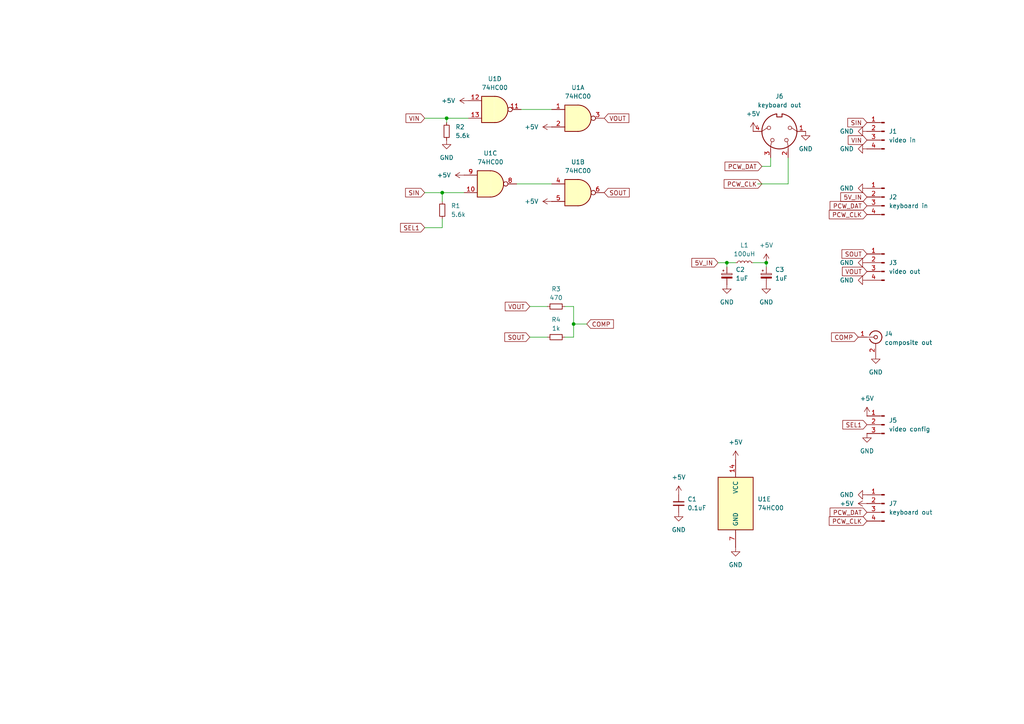
<source format=kicad_sch>
(kicad_sch (version 20231120) (generator "eeschema") (generator_version "8.0")
  (paper "A4")
  (lib_symbols
    (symbol "74xx:74HC00" (pin_names (offset 1.016))
      (property "Reference" "U" (at 0 1.27 0))
      (property "Value" "74HC00" (at 0 -1.27 0))
      (symbol "74HC00_1_1"
        (arc (start 0 -3.81) (mid 3.7934 0) (end 0 3.81) (stroke (width 0.254)) (fill (type background)))
        (polyline (pts (xy 0 3.81) (xy -3.81 3.81) (xy -3.81 -3.81) (xy 0 -3.81)) (stroke (width 0.254)) (fill (type background)))
        (pin input line (at -7.62 2.54 0) (length 3.81) (name "~") (number "1"))
        (pin input line (at -7.62 -2.54 0) (length 3.81) (name "~") (number "2"))
        (pin output inverted (at 7.62 0 180) (length 3.81) (name "~") (number "3"))
      )
      (symbol "74HC00_1_2"
        (arc (start -3.81 -3.81) (mid -2.589 0) (end -3.81 3.81) (stroke (width 0.254)))
        (arc (start -0.6096 -3.81) (mid 2.1842 -2.5851) (end 3.81 0) (stroke (width 0.254)) (fill (type background)))
        (polyline (pts (xy -3.81 -3.81) (xy -0.635 -3.81)) (stroke (width 0.254)) (fill (type background)))
        (polyline (pts (xy -3.81 3.81) (xy -0.635 3.81)) (stroke (width 0.254)) (fill (type background)))
        (polyline (pts (xy -0.635 3.81) (xy -3.81 3.81) (xy -3.81 3.81) (xy -3.556 3.4036) (xy -3.0226 2.2606) (xy -2.6924 1.0414) (xy -2.6162 -0.254) (xy -2.7686 -1.4986) (xy -3.175 -2.7178) (xy -3.81 -3.81) (xy -3.81 -3.81) (xy -0.635 -3.81)) (stroke (width -25.4)) (fill (type background)))
        (arc (start 3.81 0) (mid 2.1915 2.5936) (end -0.6096 3.81) (stroke (width 0.254)) (fill (type background)))
        (pin input inverted (at -7.62 2.54 0) (length 4.318) (name "~") (number "1"))
        (pin input inverted (at -7.62 -2.54 0) (length 4.318) (name "~") (number "2"))
        (pin output line (at 7.62 0 180) (length 3.81) (name "~") (number "3"))
      )
      (symbol "74HC00_2_1"
        (arc (start 0 -3.81) (mid 3.7934 0) (end 0 3.81) (stroke (width 0.254)) (fill (type background)))
        (polyline (pts (xy 0 3.81) (xy -3.81 3.81) (xy -3.81 -3.81) (xy 0 -3.81)) (stroke (width 0.254)) (fill (type background)))
        (pin input line (at -7.62 2.54 0) (length 3.81) (name "~") (number "4"))
        (pin input line (at -7.62 -2.54 0) (length 3.81) (name "~") (number "5"))
        (pin output inverted (at 7.62 0 180) (length 3.81) (name "~") (number "6"))
      )
      (symbol "74HC00_2_2"
        (arc (start -3.81 -3.81) (mid -2.589 0) (end -3.81 3.81) (stroke (width 0.254)))
        (arc (start -0.6096 -3.81) (mid 2.1842 -2.5851) (end 3.81 0) (stroke (width 0.254)) (fill (type background)))
        (polyline (pts (xy -3.81 -3.81) (xy -0.635 -3.81)) (stroke (width 0.254)) (fill (type background)))
        (polyline (pts (xy -3.81 3.81) (xy -0.635 3.81)) (stroke (width 0.254)) (fill (type background)))
        (polyline (pts (xy -0.635 3.81) (xy -3.81 3.81) (xy -3.81 3.81) (xy -3.556 3.4036) (xy -3.0226 2.2606) (xy -2.6924 1.0414) (xy -2.6162 -0.254) (xy -2.7686 -1.4986) (xy -3.175 -2.7178) (xy -3.81 -3.81) (xy -3.81 -3.81) (xy -0.635 -3.81)) (stroke (width -25.4)) (fill (type background)))
        (arc (start 3.81 0) (mid 2.1915 2.5936) (end -0.6096 3.81) (stroke (width 0.254)) (fill (type background)))
        (pin input inverted (at -7.62 2.54 0) (length 4.318) (name "~") (number "4"))
        (pin input inverted (at -7.62 -2.54 0) (length 4.318) (name "~") (number "5"))
        (pin output line (at 7.62 0 180) (length 3.81) (name "~") (number "6"))
      )
      (symbol "74HC00_3_1"
        (arc (start 0 -3.81) (mid 3.7934 0) (end 0 3.81) (stroke (width 0.254)) (fill (type background)))
        (polyline (pts (xy 0 3.81) (xy -3.81 3.81) (xy -3.81 -3.81) (xy 0 -3.81)) (stroke (width 0.254)) (fill (type background)))
        (pin input line (at -7.62 -2.54 0) (length 3.81) (name "~") (number "10"))
        (pin output inverted (at 7.62 0 180) (length 3.81) (name "~") (number "8"))
        (pin input line (at -7.62 2.54 0) (length 3.81) (name "~") (number "9"))
      )
      (symbol "74HC00_3_2"
        (arc (start -3.81 -3.81) (mid -2.589 0) (end -3.81 3.81) (stroke (width 0.254)))
        (arc (start -0.6096 -3.81) (mid 2.1842 -2.5851) (end 3.81 0) (stroke (width 0.254)) (fill (type background)))
        (polyline (pts (xy -3.81 -3.81) (xy -0.635 -3.81)) (stroke (width 0.254)) (fill (type background)))
        (polyline (pts (xy -3.81 3.81) (xy -0.635 3.81)) (stroke (width 0.254)) (fill (type background)))
        (polyline (pts (xy -0.635 3.81) (xy -3.81 3.81) (xy -3.81 3.81) (xy -3.556 3.4036) (xy -3.0226 2.2606) (xy -2.6924 1.0414) (xy -2.6162 -0.254) (xy -2.7686 -1.4986) (xy -3.175 -2.7178) (xy -3.81 -3.81) (xy -3.81 -3.81) (xy -0.635 -3.81)) (stroke (width -25.4)) (fill (type background)))
        (arc (start 3.81 0) (mid 2.1915 2.5936) (end -0.6096 3.81) (stroke (width 0.254)) (fill (type background)))
        (pin input inverted (at -7.62 -2.54 0) (length 4.318) (name "~") (number "10"))
        (pin output line (at 7.62 0 180) (length 3.81) (name "~") (number "8"))
        (pin input inverted (at -7.62 2.54 0) (length 4.318) (name "~") (number "9"))
      )
      (symbol "74HC00_4_1"
        (arc (start 0 -3.81) (mid 3.7934 0) (end 0 3.81) (stroke (width 0.254)) (fill (type background)))
        (polyline (pts (xy 0 3.81) (xy -3.81 3.81) (xy -3.81 -3.81) (xy 0 -3.81)) (stroke (width 0.254)) (fill (type background)))
        (pin output inverted (at 7.62 0 180) (length 3.81) (name "~") (number "11"))
        (pin input line (at -7.62 2.54 0) (length 3.81) (name "~") (number "12"))
        (pin input line (at -7.62 -2.54 0) (length 3.81) (name "~") (number "13"))
      )
      (symbol "74HC00_4_2"
        (arc (start -3.81 -3.81) (mid -2.589 0) (end -3.81 3.81) (stroke (width 0.254)))
        (arc (start -0.6096 -3.81) (mid 2.1842 -2.5851) (end 3.81 0) (stroke (width 0.254)) (fill (type background)))
        (polyline (pts (xy -3.81 -3.81) (xy -0.635 -3.81)) (stroke (width 0.254)) (fill (type background)))
        (polyline (pts (xy -3.81 3.81) (xy -0.635 3.81)) (stroke (width 0.254)) (fill (type background)))
        (polyline (pts (xy -0.635 3.81) (xy -3.81 3.81) (xy -3.81 3.81) (xy -3.556 3.4036) (xy -3.0226 2.2606) (xy -2.6924 1.0414) (xy -2.6162 -0.254) (xy -2.7686 -1.4986) (xy -3.175 -2.7178) (xy -3.81 -3.81) (xy -3.81 -3.81) (xy -0.635 -3.81)) (stroke (width -25.4)) (fill (type background)))
        (arc (start 3.81 0) (mid 2.1915 2.5936) (end -0.6096 3.81) (stroke (width 0.254)) (fill (type background)))
        (pin output line (at 7.62 0 180) (length 3.81) (name "~") (number "11"))
        (pin input inverted (at -7.62 2.54 0) (length 4.318) (name "~") (number "12"))
        (pin input inverted (at -7.62 -2.54 0) (length 4.318) (name "~") (number "13"))
      )
      (symbol "74HC00_5_0"
        (pin power_in line (at 0 12.7 270) (length 5.08) (name "VCC") (number "14"))
        (pin power_in line (at 0 -12.7 90) (length 5.08) (name "GND") (number "7"))
      )
      (symbol "74HC00_5_1"
        (rectangle (start -5.08 7.62) (end 5.08 -7.62) (stroke (width 0.254)) (fill (type background)))
      )
    )
    (symbol "Connector:Conn_01x03_Pin" (pin_names (offset 1.016) hide)
      (property "Reference" "J" (at 0 5.08 0))
      (property "Value" "Conn_01x03_Pin" (at 0 -5.08 0))
      (symbol "Conn_01x03_Pin_1_1"
        (polyline (pts (xy 1.27 -2.54) (xy 0.8636 -2.54)) (stroke (width 0.1524)))
        (polyline (pts (xy 1.27 0) (xy 0.8636 0)) (stroke (width 0.1524)))
        (polyline (pts (xy 1.27 2.54) (xy 0.8636 2.54)) (stroke (width 0.1524)))
        (rectangle (start 0.8636 -2.413) (end 0 -2.667) (stroke (width 0.1524)) (fill (type outline)))
        (rectangle (start 0.8636 0.127) (end 0 -0.127) (stroke (width 0.1524)) (fill (type outline)))
        (rectangle (start 0.8636 2.667) (end 0 2.413) (stroke (width 0.1524)) (fill (type outline)))
        (pin passive line (at 5.08 2.54 180) (length 3.81) (name "Pin_1") (number "1"))
        (pin passive line (at 5.08 0 180) (length 3.81) (name "Pin_2") (number "2"))
        (pin passive line (at 5.08 -2.54 180) (length 3.81) (name "Pin_3") (number "3"))
      )
    )
    (symbol "Connector:Conn_01x04_Pin" (pin_names (offset 1.016) hide)
      (property "Reference" "J" (at 0 5.08 0))
      (property "Value" "Conn_01x04_Pin" (at 0 -7.62 0))
      (symbol "Conn_01x04_Pin_1_1"
        (polyline (pts (xy 1.27 -5.08) (xy 0.8636 -5.08)) (stroke (width 0.1524)))
        (polyline (pts (xy 1.27 -2.54) (xy 0.8636 -2.54)) (stroke (width 0.1524)))
        (polyline (pts (xy 1.27 0) (xy 0.8636 0)) (stroke (width 0.1524)))
        (polyline (pts (xy 1.27 2.54) (xy 0.8636 2.54)) (stroke (width 0.1524)))
        (rectangle (start 0.8636 -4.953) (end 0 -5.207) (stroke (width 0.1524)) (fill (type outline)))
        (rectangle (start 0.8636 -2.413) (end 0 -2.667) (stroke (width 0.1524)) (fill (type outline)))
        (rectangle (start 0.8636 0.127) (end 0 -0.127) (stroke (width 0.1524)) (fill (type outline)))
        (rectangle (start 0.8636 2.667) (end 0 2.413) (stroke (width 0.1524)) (fill (type outline)))
        (pin passive line (at 5.08 2.54 180) (length 3.81) (name "Pin_1") (number "1"))
        (pin passive line (at 5.08 0 180) (length 3.81) (name "Pin_2") (number "2"))
        (pin passive line (at 5.08 -2.54 180) (length 3.81) (name "Pin_3") (number "3"))
        (pin passive line (at 5.08 -5.08 180) (length 3.81) (name "Pin_4") (number "4"))
      )
    )
    (symbol "Connector:Conn_Coaxial" (pin_names (offset 1.016) hide)
      (property "Reference" "J" (at 0.254 3.048 0))
      (property "Value" "Conn_Coaxial" (at 2.921 0 90))
      (symbol "Conn_Coaxial_0_1"
        (arc (start -1.778 -0.508) (mid 0.2311 -1.8066) (end 1.778 0) (stroke (width 0.254)))
        (polyline (pts (xy -2.54 0) (xy -0.508 0)))
        (polyline (pts (xy 0 -2.54) (xy 0 -1.778)))
        (circle (center 0 0) (radius 0.508) (stroke (width 0.2032)))
        (arc (start 1.778 0) (mid 0.2099 1.8101) (end -1.778 0.508) (stroke (width 0.254)))
      )
      (symbol "Conn_Coaxial_1_1"
        (pin passive line (at -5.08 0 0) (length 2.54) (name "In") (number "1"))
        (pin passive line (at 0 -5.08 90) (length 2.54) (name "Ext") (number "2"))
      )
    )
    (symbol "Connector:DIN-4" (pin_names (offset 1.016))
      (property "Reference" "J" (at 5.334 5.08 0))
      (property "Value" "DIN-4" (at 0 -6.35 0))
      (symbol "DIN-4_0_1"
        (arc (start -5.08 0) (mid -3.8609 -3.3364) (end -0.762 -5.08) (stroke (width 0.254)))
        (circle (center -3.048 -1.016) (radius 0.508))
        (circle (center -2.032 2.54) (radius 0.508))
        (polyline (pts (xy -3.556 -1.016) (xy -5.08 0)))
        (polyline (pts (xy 5.08 0) (xy 3.556 -1.016)))
        (polyline (pts (xy -2.54 5.08) (xy -2.54 4.318) (xy -2.286 3.048)))
        (polyline (pts (xy 2.54 5.08) (xy 2.54 4.318) (xy 2.286 3.048)))
        (polyline (pts (xy -0.762 -4.953) (xy -0.762 -4.191) (xy 0.762 -4.191) (xy 0.762 -4.953)) (stroke (width 0.254)))
        (arc (start 0.762 -5.08) (mid 3.8685 -3.343) (end 5.08 0) (stroke (width 0.254)))
        (circle (center 2.032 2.54) (radius 0.508))
        (circle (center 3.048 -1.016) (radius 0.508))
        (arc (start 5.08 0) (mid 0 5.0579) (end -5.08 0) (stroke (width 0.254)))
      )
      (symbol "DIN-4_1_1"
        (pin passive line (at -7.62 0 0) (length 2.54) (name "~") (number "1"))
        (pin passive line (at -2.54 7.62 270) (length 2.54) (name "~") (number "2"))
        (pin passive line (at 2.54 7.62 270) (length 2.54) (name "~") (number "3"))
        (pin passive line (at 7.62 0 180) (length 2.54) (name "~") (number "4"))
      )
    )
    (symbol "Device:C_Polarized_Small" (pin_numbers hide) (pin_names (offset 0.254) hide)
      (property "Reference" "C" (at 0.254 1.778 0))
      (property "Value" "C_Polarized_Small" (at 0.254 -2.032 0))
      (symbol "C_Polarized_Small_0_1"
        (rectangle (start -1.524 -0.3048) (end 1.524 -0.6858) (fill (type outline)))
        (rectangle (start -1.524 0.6858) (end 1.524 0.3048))
        (polyline (pts (xy -1.27 1.524) (xy -0.762 1.524)))
        (polyline (pts (xy -1.016 1.27) (xy -1.016 1.778)))
      )
      (symbol "C_Polarized_Small_1_1"
        (pin passive line (at 0 2.54 270) (length 1.8542) (name "~") (number "1"))
        (pin passive line (at 0 -2.54 90) (length 1.8542) (name "~") (number "2"))
      )
    )
    (symbol "Device:C_Small" (pin_numbers hide) (pin_names (offset 0.254) hide)
      (property "Reference" "C" (at 0.254 1.778 0))
      (property "Value" "C_Small" (at 0.254 -2.032 0))
      (symbol "C_Small_0_1"
        (polyline (pts (xy -1.524 -0.508) (xy 1.524 -0.508)) (stroke (width 0.3302)))
        (polyline (pts (xy -1.524 0.508) (xy 1.524 0.508)) (stroke (width 0.3048)))
      )
      (symbol "C_Small_1_1"
        (pin passive line (at 0 2.54 270) (length 2.032) (name "~") (number "1"))
        (pin passive line (at 0 -2.54 90) (length 2.032) (name "~") (number "2"))
      )
    )
    (symbol "Device:L_Small" (pin_numbers hide) (pin_names (offset 0.254) hide)
      (property "Reference" "L" (at 0.762 1.016 0))
      (property "Value" "L_Small" (at 0.762 -1.016 0))
      (symbol "L_Small_0_1"
        (arc (start 0 -2.032) (mid 0.5058 -1.524) (end 0 -1.016))
        (arc (start 0 -1.016) (mid 0.5058 -0.508) (end 0 0))
        (arc (start 0 0) (mid 0.5058 0.508) (end 0 1.016))
        (arc (start 0 1.016) (mid 0.5058 1.524) (end 0 2.032))
      )
      (symbol "L_Small_1_1"
        (pin passive line (at 0 2.54 270) (length 0.508) (name "~") (number "1"))
        (pin passive line (at 0 -2.54 90) (length 0.508) (name "~") (number "2"))
      )
    )
    (symbol "Device:R_Small" (pin_numbers hide) (pin_names (offset 0.254) hide)
      (property "Reference" "R" (at 0.762 0.508 0))
      (property "Value" "R_Small" (at 0.762 -1.016 0))
      (symbol "R_Small_0_1"
        (rectangle (start -0.762 1.778) (end 0.762 -1.778) (stroke (width 0.2032)))
      )
      (symbol "R_Small_1_1"
        (pin passive line (at 0 2.54 270) (length 0.762) (name "~") (number "1"))
        (pin passive line (at 0 -2.54 90) (length 0.762) (name "~") (number "2"))
      )
    )
    (symbol "power:+5V" (power) (pin_numbers hide) (pin_names (offset 0) hide)
      (property "Value" "+5V" (at 0 3.556 0))
      (symbol "+5V_0_1"
        (polyline (pts (xy -0.762 1.27) (xy 0 2.54)))
        (polyline (pts (xy 0 0) (xy 0 2.54)))
        (polyline (pts (xy 0 2.54) (xy 0.762 1.27)))
      )
      (symbol "+5V_1_1"
        (pin power_in line (at 0 0 90) (length 0) (name "~") (number "1"))
      )
    )
    (symbol "power:GND" (power) (pin_numbers hide) (pin_names (offset 0) hide)
      (property "Value" "GND" (at 0 -3.81 0))
      (symbol "GND_0_1"
        (polyline (pts (xy 0 0) (xy 0 -1.27) (xy 1.27 -1.27) (xy 0 -2.54) (xy -1.27 -1.27) (xy 0 -1.27)))
      )
      (symbol "GND_1_1"
        (pin power_in line (at 0 0 270) (length 0) (name "~") (number "1"))
      )
    )
  )
  (junction (at 129.54 34.29))
  (junction (at 222.25 76.2))
  (junction (at 166.37 93.98))
  (junction (at 128.27 55.88))
  (junction (at 210.82 76.2))
  (wire (pts (xy 153.67 97.79) (xy 158.75 97.79)))
  (wire (pts (xy 166.37 93.98) (xy 166.37 97.79)))
  (wire (pts (xy 128.27 55.88) (xy 134.62 55.88)))
  (wire (pts (xy 219.71 53.34) (xy 228.6 53.34)))
  (wire (pts (xy 208.28 76.2) (xy 210.82 76.2)))
  (wire (pts (xy 149.86 53.34) (xy 160.02 53.34)))
  (wire (pts (xy 222.25 76.2) (xy 222.25 77.47)))
  (wire (pts (xy 123.19 34.29) (xy 129.54 34.29)))
  (wire (pts (xy 223.52 45.72) (xy 223.52 48.26)))
  (wire (pts (xy 129.54 34.29) (xy 135.89 34.29)))
  (wire (pts (xy 163.83 88.9) (xy 166.37 88.9)))
  (wire (pts (xy 128.27 63.5) (xy 128.27 66.04)))
  (wire (pts (xy 151.13 31.75) (xy 160.02 31.75)))
  (wire (pts (xy 123.19 66.04) (xy 128.27 66.04)))
  (wire (pts (xy 166.37 88.9) (xy 166.37 93.98)))
  (wire (pts (xy 220.98 48.26) (xy 223.52 48.26)))
  (wire (pts (xy 163.83 97.79) (xy 166.37 97.79)))
  (wire (pts (xy 153.67 88.9) (xy 158.75 88.9)))
  (wire (pts (xy 210.82 76.2) (xy 213.36 76.2)))
  (wire (pts (xy 128.27 55.88) (xy 128.27 58.42)))
  (wire (pts (xy 123.19 55.88) (xy 128.27 55.88)))
  (wire (pts (xy 129.54 34.29) (xy 129.54 35.56)))
  (wire (pts (xy 210.82 76.2) (xy 210.82 77.47)))
  (wire (pts (xy 166.37 93.98) (xy 170.18 93.98)))
  (wire (pts (xy 218.44 76.2) (xy 222.25 76.2)))
  (wire (pts (xy 228.6 45.72) (xy 228.6 53.34)))
  (global_label "SEL1" (shape input) (at 251.46 123.19 180) (property "Intersheetrefs" "${INTERSHEET_REFS}" (effects (hide yes))))
  (global_label "SEL1" (shape input) (at 123.19 66.04 180) (property "Intersheetrefs" "${INTERSHEET_REFS}" (effects (hide yes))))
  (global_label "5V_IN" (shape input) (at 208.28 76.2 180) (property "Intersheetrefs" "${INTERSHEET_REFS}" (effects (hide yes))))
  (global_label "PCW_DAT" (shape input) (at 251.46 148.59 180) (property "Intersheetrefs" "${INTERSHEET_REFS}" (effects (hide yes))))
  (global_label "PCW_DAT" (shape input) (at 251.46 59.69 180) (property "Intersheetrefs" "${INTERSHEET_REFS}" (effects (hide yes))))
  (global_label "VOUT" (shape input) (at 153.67 88.9 180) (property "Intersheetrefs" "${INTERSHEET_REFS}" (effects (hide yes))))
  (global_label "VIN" (shape input) (at 123.19 34.29 180) (property "Intersheetrefs" "${INTERSHEET_REFS}" (effects (hide yes))))
  (global_label "VOUT" (shape input) (at 251.46 78.74 180) (property "Intersheetrefs" "${INTERSHEET_REFS}" (effects (hide yes))))
  (global_label "PCW_CLK" (shape input) (at 251.46 151.13 180) (property "Intersheetrefs" "${INTERSHEET_REFS}" (effects (hide yes))))
  (global_label "VIN" (shape input) (at 251.46 40.64 180) (property "Intersheetrefs" "${INTERSHEET_REFS}" (effects (hide yes))))
  (global_label "SOUT" (shape input) (at 251.46 73.66 180) (property "Intersheetrefs" "${INTERSHEET_REFS}" (effects (hide yes))))
  (global_label "SIN" (shape input) (at 251.46 35.56 180) (property "Intersheetrefs" "${INTERSHEET_REFS}" (effects (hide yes))))
  (global_label "5V_IN" (shape input) (at 251.46 57.15 180) (property "Intersheetrefs" "${INTERSHEET_REFS}" (effects (hide yes))))
  (global_label "SOUT" (shape input) (at 175.26 55.88 0) (property "Intersheetrefs" "${INTERSHEET_REFS}" (effects (hide yes))))
  (global_label "COMP" (shape input) (at 170.18 93.98 0) (property "Intersheetrefs" "${INTERSHEET_REFS}" (effects (hide yes))))
  (global_label "PCW_DAT" (shape input) (at 220.98 48.26 180) (property "Intersheetrefs" "${INTERSHEET_REFS}" (effects (hide yes))))
  (global_label "PCW_CLK" (shape input) (at 251.46 62.23 180) (property "Intersheetrefs" "${INTERSHEET_REFS}" (effects (hide yes))))
  (global_label "COMP" (shape input) (at 248.92 97.79 180) (property "Intersheetrefs" "${INTERSHEET_REFS}" (effects (hide yes))))
  (global_label "PCW_CLK" (shape input) (at 220.98 53.34 180) (property "Intersheetrefs" "${INTERSHEET_REFS}" (effects (hide yes))))
  (global_label "VOUT" (shape input) (at 175.26 34.29 0) (property "Intersheetrefs" "${INTERSHEET_REFS}" (effects (hide yes))))
  (global_label "SIN" (shape input) (at 123.19 55.88 180) (property "Intersheetrefs" "${INTERSHEET_REFS}" (effects (hide yes))))
  (global_label "SOUT" (shape input) (at 153.67 97.79 180) (property "Intersheetrefs" "${INTERSHEET_REFS}" (effects (hide yes))))
  (symbol (lib_id "power:GND") (at 222.25 82.55 0) (unit 1)
    (property "Reference" "#PWR015" (effects (hide yes)))
    (property "Value" "GND" (at 222.25 87.63 0))
    (property "Description" "Power symbol creates a global label with name \"GND\" , ground" (effects (hide yes)))
  )
  (symbol (lib_id "power:GND") (at 251.46 125.73 0) (unit 1)
    (property "Reference" "#PWR01" (effects (hide yes)))
    (property "Value" "GND" (at 251.46 130.81 0))
    (property "Description" "Power symbol creates a global label with name \"GND\" , ground" (effects (hide yes)))
  )
  (symbol (lib_id "power:GND") (at 251.46 76.2 270) (unit 1)
    (property "Reference" "#PWR023" (effects (hide yes)))
    (property "Value" "GND" (at 247.65 76.1999 90) (effects (justify right)))
    (property "Description" "Power symbol creates a global label with name \"GND\" , ground" (effects (hide yes)))
  )
  (symbol (lib_id "power:GND") (at 129.54 40.64 0) (unit 1)
    (property "Reference" "#PWR06" (effects (hide yes)))
    (property "Value" "GND" (at 129.54 45.72 0))
    (property "Description" "Power symbol creates a global label with name \"GND\" , ground" (effects (hide yes)))
  )
  (symbol (lib_id "power:+5V") (at 251.46 120.65 0) (unit 1)
    (property "Reference" "#PWR02" (effects (hide yes)))
    (property "Value" "+5V" (at 251.46 115.57 0))
    (property "Description" "Power symbol creates a global label with name \"+5V\"" (effects (hide yes)))
  )
  (symbol (lib_id "power:GND") (at 233.68 38.1 0) (unit 1)
    (property "Reference" "#PWR019" (effects (hide yes)))
    (property "Value" "GND" (at 233.68 43.18 0))
    (property "Description" "Power symbol creates a global label with name \"GND\" , ground" (effects (hide yes)))
  )
  (symbol (lib_id "power:+5V") (at 222.25 76.2 0) (unit 1)
    (property "Reference" "#PWR013" (effects (hide yes)))
    (property "Value" "+5V" (at 222.25 71.12 0))
    (property "Description" "Power symbol creates a global label with name \"+5V\"" (effects (hide yes)))
  )
  (symbol (lib_id "Connector:Conn_Coaxial") (at 254 97.79 0) (unit 1)
    (property "Reference" "J4" (at 256.54 96.8131 0) (effects (justify left)))
    (property "Value" "composite out" (at 256.54 99.3531 0) (effects (justify left)))
    (property "Footprint" "RCJ:CUI_RCJ-017" (effects (hide yes)))
    (property "Description" "coaxial connector (BNC, SMA, SMB, SMC, Cinch/RCA, LEMO, ...)" (effects (hide yes)))
  )
  (symbol (lib_id "power:GND") (at 196.85 148.59 0) (unit 1)
    (property "Reference" "#PWR09" (effects (hide yes)))
    (property "Value" "GND" (at 196.85 153.67 0))
    (property "Description" "Power symbol creates a global label with name \"GND\" , ground" (effects (hide yes)))
  )
  (symbol (lib_id "power:+5V") (at 213.36 133.35 0) (unit 1)
    (property "Reference" "#PWR011" (effects (hide yes)))
    (property "Value" "+5V" (at 213.36 128.27 0))
    (property "Description" "Power symbol creates a global label with name \"+5V\"" (effects (hide yes)))
  )
  (symbol (lib_id "Device:R_Small") (at 161.29 97.79 90) (unit 1)
    (property "Reference" "R4" (at 161.29 92.71 90))
    (property "Value" "1k" (at 161.29 95.25 90))
    (property "Footprint" "Resistor_THT:R_Axial_DIN0207_L6.3mm_D2.5mm_P10.16mm_Horizontal" (effects (hide yes)))
    (property "Description" "Resistor, small symbol" (effects (hide yes)))
  )
  (symbol (lib_id "power:GND") (at 251.46 81.28 270) (unit 1)
    (property "Reference" "#PWR024" (effects (hide yes)))
    (property "Value" "GND" (at 247.65 81.2799 90) (effects (justify right)))
    (property "Description" "Power symbol creates a global label with name \"GND\" , ground" (effects (hide yes)))
  )
  (symbol (lib_id "74xx:74HC00") (at 167.64 55.88 0) (unit 2)
    (property "Reference" "U1" (at 167.6317 46.99 0))
    (property "Value" "74HC00" (at 167.6317 49.53 0))
    (property "Footprint" "Package_DIP:CERDIP-14_W7.62mm_SideBrazed_Socket" (effects (hide yes)))
    (property "Datasheet" "http://www.ti.com/lit/gpn/sn74hc00" (effects (hide yes)))
    (property "Description" "quad 2-input NAND gate" (effects (hide yes)))
  )
  (symbol (lib_id "74xx:74HC00") (at 213.36 146.05 0) (unit 5)
    (property "Reference" "U1" (at 219.71 144.7799 0) (effects (justify left)))
    (property "Value" "74HC00" (at 219.71 147.3199 0) (effects (justify left)))
    (property "Footprint" "Package_DIP:CERDIP-14_W7.62mm_SideBrazed_Socket" (effects (hide yes)))
    (property "Datasheet" "http://www.ti.com/lit/gpn/sn74hc00" (effects (hide yes)))
    (property "Description" "quad 2-input NAND gate" (effects (hide yes)))
  )
  (symbol (lib_id "power:+5V") (at 135.89 29.21 90) (unit 1)
    (property "Reference" "#PWR03" (effects (hide yes)))
    (property "Value" "+5V" (at 132.08 29.2099 90) (effects (justify left)))
    (property "Description" "Power symbol creates a global label with name \"+5V\"" (effects (hide yes)))
  )
  (symbol (lib_id "Connector:Conn_01x04_Pin") (at 256.54 146.05 0) (mirror y) (unit 1)
    (property "Reference" "J7" (at 257.81 146.0499 0) (effects (justify right)))
    (property "Value" "keyboard out" (at 257.81 148.5899 0) (effects (justify right)))
    (property "Footprint" "Connector_PinHeader_2.54mm:PinHeader_1x04_P2.54mm_Vertical" (effects (hide yes)))
    (property "Description" "Generic connector, single row, 01x04, script generated" (effects (hide yes)))
  )
  (symbol (lib_id "power:GND") (at 251.46 143.51 270) (unit 1)
    (property "Reference" "#PWR016" (effects (hide yes)))
    (property "Value" "GND" (at 247.65 143.5099 90) (effects (justify right)))
    (property "Description" "Power symbol creates a global label with name \"GND\" , ground" (effects (hide yes)))
  )
  (symbol (lib_id "Device:C_Polarized_Small") (at 210.82 80.01 0) (unit 1)
    (property "Reference" "C2" (at 213.36 78.1938 0) (effects (justify left)))
    (property "Value" "1uF" (at 213.36 80.7338 0) (effects (justify left)))
    (property "Footprint" "Capacitor_THT:CP_Radial_D5.0mm_P2.50mm" (effects (hide yes)))
    (property "Description" "Polarized capacitor, small symbol" (effects (hide yes)))
  )
  (symbol (lib_id "Connector:Conn_01x04_Pin") (at 256.54 38.1 0) (mirror y) (unit 1)
    (property "Reference" "J1" (at 257.81 38.0999 0) (effects (justify right)))
    (property "Value" "video in" (at 257.81 40.6399 0) (effects (justify right)))
    (property "Footprint" "Connector_PinHeader_2.54mm:PinHeader_1x04_P2.54mm_Vertical" (effects (hide yes)))
    (property "Description" "Generic connector, single row, 01x04, script generated" (effects (hide yes)))
  )
  (symbol (lib_id "Device:R_Small") (at 128.27 60.96 0) (unit 1)
    (property "Reference" "R1" (at 130.81 59.6899 0) (effects (justify left)))
    (property "Value" "5.6k" (at 130.81 62.2299 0) (effects (justify left)))
    (property "Footprint" "Resistor_THT:R_Axial_DIN0207_L6.3mm_D2.5mm_P10.16mm_Horizontal" (effects (hide yes)))
    (property "Description" "Resistor, small symbol" (effects (hide yes)))
  )
  (symbol (lib_id "Device:R_Small") (at 161.29 88.9 90) (unit 1)
    (property "Reference" "R3" (at 161.29 83.82 90))
    (property "Value" "470" (at 161.29 86.36 90))
    (property "Footprint" "Resistor_THT:R_Axial_DIN0207_L6.3mm_D2.5mm_P10.16mm_Horizontal" (effects (hide yes)))
    (property "Description" "Resistor, small symbol" (effects (hide yes)))
  )
  (symbol (lib_id "74xx:74HC00") (at 167.64 34.29 0) (unit 1)
    (property "Reference" "U1" (at 167.6317 25.4 0))
    (property "Value" "74HC00" (at 167.6317 27.94 0))
    (property "Footprint" "Package_DIP:CERDIP-14_W7.62mm_SideBrazed_Socket" (effects (hide yes)))
    (property "Datasheet" "http://www.ti.com/lit/gpn/sn74hc00" (effects (hide yes)))
    (property "Description" "quad 2-input NAND gate" (effects (hide yes)))
  )
  (symbol (lib_id "power:+5V") (at 160.02 58.42 90) (unit 1)
    (property "Reference" "#PWR07" (effects (hide yes)))
    (property "Value" "+5V" (at 156.21 58.4199 90) (effects (justify left)))
    (property "Description" "Power symbol creates a global label with name \"+5V\"" (effects (hide yes)))
  )
  (symbol (lib_id "Device:C_Small") (at 196.85 146.05 0) (unit 1)
    (property "Reference" "C1" (at 199.39 144.7862 0) (effects (justify left)))
    (property "Value" "0.1uF" (at 199.39 147.3262 0) (effects (justify left)))
    (property "Footprint" "Capacitor_THT:C_Disc_D5.0mm_W2.5mm_P2.50mm" (effects (hide yes)))
    (property "Description" "Unpolarized capacitor, small symbol" (effects (hide yes)))
  )
  (symbol (lib_id "power:GND") (at 213.36 158.75 0) (unit 1)
    (property "Reference" "#PWR010" (effects (hide yes)))
    (property "Value" "GND" (at 213.36 163.83 0))
    (property "Description" "Power symbol creates a global label with name \"GND\" , ground" (effects (hide yes)))
  )
  (symbol (lib_id "power:+5V") (at 196.85 143.51 0) (unit 1)
    (property "Reference" "#PWR08" (effects (hide yes)))
    (property "Value" "+5V" (at 196.85 138.43 0))
    (property "Description" "Power symbol creates a global label with name \"+5V\"" (effects (hide yes)))
  )
  (symbol (lib_id "Connector:DIN-4") (at 226.06 38.1 180) (unit 1)
    (property "Reference" "J6" (at 226.0599 27.94 0))
    (property "Value" "keyboard out" (at 226.0599 30.48 0))
    (property "Datasheet" "http://www.mouser.com/ds/2/18/40_c091_abd_e-75918.pdf" (effects (hide yes)))
    (property "Description" "4-pin DIN connector" (effects (hide yes)))
  )
  (symbol (lib_id "Connector:Conn_01x03_Pin") (at 256.54 123.19 0) (mirror y) (unit 1)
    (property "Reference" "J5" (at 257.81 121.9199 0) (effects (justify right)))
    (property "Value" "video config" (at 257.81 124.4599 0) (effects (justify right)))
    (property "Footprint" "Connector_PinHeader_2.54mm:PinHeader_1x03_P2.54mm_Vertical" (effects (hide yes)))
    (property "Description" "Generic connector, single row, 01x03, script generated" (effects (hide yes)))
  )
  (symbol (lib_id "power:GND") (at 251.46 43.18 270) (unit 1)
    (property "Reference" "#PWR022" (effects (hide yes)))
    (property "Value" "GND" (at 247.65 43.1799 90) (effects (justify right)))
    (property "Description" "Power symbol creates a global label with name \"GND\" , ground" (effects (hide yes)))
  )
  (symbol (lib_id "Connector:Conn_01x04_Pin") (at 256.54 76.2 0) (mirror y) (unit 1)
    (property "Reference" "J3" (at 257.81 76.1999 0) (effects (justify right)))
    (property "Value" "video out" (at 257.81 78.7399 0) (effects (justify right)))
    (property "Footprint" "Connector_PinHeader_2.54mm:PinHeader_1x04_P2.54mm_Vertical" (effects (hide yes)))
    (property "Description" "Generic connector, single row, 01x04, script generated" (effects (hide yes)))
  )
  (symbol (lib_id "Device:L_Small") (at 215.9 76.2 90) (unit 1)
    (property "Reference" "L1" (at 215.9 71.12 90))
    (property "Value" "100uH" (at 215.9 73.66 90))
    (property "Footprint" "Inductor_THT:L_Axial_L7.0mm_D3.3mm_P12.70mm_Horizontal_Fastron_MICC" (effects (hide yes)))
    (property "Description" "Inductor, small symbol" (effects (hide yes)))
  )
  (symbol (lib_id "power:GND") (at 254 102.87 0) (unit 1)
    (property "Reference" "#PWR018" (effects (hide yes)))
    (property "Value" "GND" (at 254 107.95 0))
    (property "Description" "Power symbol creates a global label with name \"GND\" , ground" (effects (hide yes)))
  )
  (symbol (lib_id "Device:C_Polarized_Small") (at 222.25 80.01 0) (unit 1)
    (property "Reference" "C3" (at 224.79 78.1938 0) (effects (justify left)))
    (property "Value" "1uF" (at 224.79 80.7338 0) (effects (justify left)))
    (property "Footprint" "Capacitor_THT:CP_Radial_D5.0mm_P2.50mm" (effects (hide yes)))
    (property "Description" "Polarized capacitor, small symbol" (effects (hide yes)))
  )
  (symbol (lib_id "Device:R_Small") (at 129.54 38.1 0) (unit 1)
    (property "Reference" "R2" (at 132.08 36.8299 0) (effects (justify left)))
    (property "Value" "5.6k" (at 132.08 39.3699 0) (effects (justify left)))
    (property "Footprint" "Resistor_THT:R_Axial_DIN0207_L6.3mm_D2.5mm_P10.16mm_Horizontal" (effects (hide yes)))
    (property "Description" "Resistor, small symbol" (effects (hide yes)))
  )
  (symbol (lib_id "Connector:Conn_01x04_Pin") (at 256.54 57.15 0) (mirror y) (unit 1)
    (property "Reference" "J2" (at 257.81 57.1499 0) (effects (justify right)))
    (property "Value" "keyboard in" (at 257.81 59.6899 0) (effects (justify right)))
    (property "Footprint" "Connector_PinHeader_2.54mm:PinHeader_1x04_P2.54mm_Vertical" (effects (hide yes)))
    (property "Description" "Generic connector, single row, 01x04, script generated" (effects (hide yes)))
  )
  (symbol (lib_id "power:GND") (at 251.46 38.1 270) (unit 1)
    (property "Reference" "#PWR021" (effects (hide yes)))
    (property "Value" "GND" (at 247.65 38.0999 90) (effects (justify right)))
    (property "Description" "Power symbol creates a global label with name \"GND\" , ground" (effects (hide yes)))
  )
  (symbol (lib_id "power:+5V") (at 218.44 38.1 0) (unit 1)
    (property "Reference" "#PWR020" (effects (hide yes)))
    (property "Value" "+5V" (at 218.44 33.02 0))
    (property "Description" "Power symbol creates a global label with name \"+5V\"" (effects (hide yes)))
  )
  (symbol (lib_id "74xx:74HC00") (at 142.24 53.34 0) (unit 3)
    (property "Reference" "U1" (at 142.2317 44.45 0))
    (property "Value" "74HC00" (at 142.2317 46.99 0))
    (property "Footprint" "Package_DIP:CERDIP-14_W7.62mm_SideBrazed_Socket" (effects (hide yes)))
    (property "Datasheet" "http://www.ti.com/lit/gpn/sn74hc00" (effects (hide yes)))
    (property "Description" "quad 2-input NAND gate" (effects (hide yes)))
  )
  (symbol (lib_id "power:+5V") (at 251.46 146.05 90) (unit 1)
    (property "Reference" "#PWR017" (effects (hide yes)))
    (property "Value" "+5V" (at 247.65 146.0499 90) (effects (justify left)))
    (property "Description" "Power symbol creates a global label with name \"+5V\"" (effects (hide yes)))
  )
  (symbol (lib_id "74xx:74HC00") (at 143.51 31.75 0) (unit 4)
    (property "Reference" "U1" (at 143.5017 22.86 0))
    (property "Value" "74HC00" (at 143.5017 25.4 0))
    (property "Footprint" "Package_DIP:CERDIP-14_W7.62mm_SideBrazed_Socket" (effects (hide yes)))
    (property "Datasheet" "http://www.ti.com/lit/gpn/sn74hc00" (effects (hide yes)))
    (property "Description" "quad 2-input NAND gate" (effects (hide yes)))
  )
  (symbol (lib_id "power:GND") (at 210.82 82.55 0) (unit 1)
    (property "Reference" "#PWR014" (effects (hide yes)))
    (property "Value" "GND" (at 210.82 87.63 0))
    (property "Description" "Power symbol creates a global label with name \"GND\" , ground" (effects (hide yes)))
  )
  (symbol (lib_id "power:+5V") (at 160.02 36.83 90) (unit 1)
    (property "Reference" "#PWR04" (effects (hide yes)))
    (property "Value" "+5V" (at 156.21 36.8299 90) (effects (justify left)))
    (property "Description" "Power symbol creates a global label with name \"+5V\"" (effects (hide yes)))
  )
  (symbol (lib_id "power:GND") (at 251.46 54.61 270) (unit 1)
    (property "Reference" "#PWR012" (effects (hide yes)))
    (property "Value" "GND" (at 247.65 54.6099 90) (effects (justify right)))
    (property "Description" "Power symbol creates a global label with name \"GND\" , ground" (effects (hide yes)))
  )
  (symbol (lib_id "power:+5V") (at 134.62 50.8 90) (unit 1)
    (property "Reference" "#PWR05" (effects (hide yes)))
    (property "Value" "+5V" (at 130.81 50.7999 90) (effects (justify left)))
    (property "Description" "Power symbol creates a global label with name \"+5V\"" (effects (hide yes)))
  )
)
</source>
